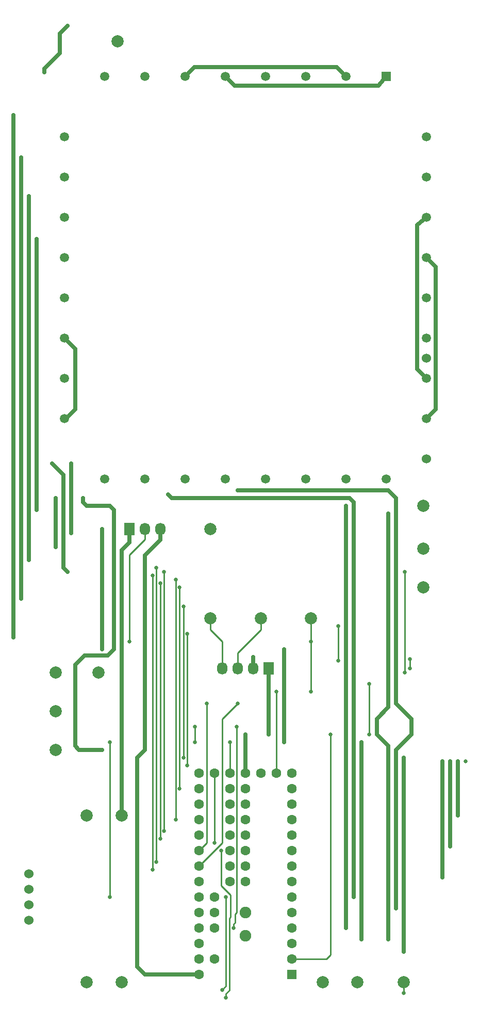
<source format=gbr>
G04 #@! TF.GenerationSoftware,KiCad,Pcbnew,(5.1.2-1)-1*
G04 #@! TF.CreationDate,2019-08-09T18:15:57-05:00*
G04 #@! TF.ProjectId,Interactive Core Memory Badge v0.1,496e7465-7261-4637-9469-766520436f72,0.1*
G04 #@! TF.SameCoordinates,Original*
G04 #@! TF.FileFunction,Copper,L2,Bot*
G04 #@! TF.FilePolarity,Positive*
%FSLAX46Y46*%
G04 Gerber Fmt 4.6, Leading zero omitted, Abs format (unit mm)*
G04 Created by KiCad (PCBNEW (5.1.2-1)-1) date 2019-08-09 18:15:57*
%MOMM*%
%LPD*%
G04 APERTURE LIST*
%ADD10O,1.730000X2.030000*%
%ADD11R,1.730000X2.030000*%
%ADD12C,1.524000*%
%ADD13C,1.500000*%
%ADD14R,1.500000X1.500000*%
%ADD15C,2.000000*%
%ADD16C,1.900000*%
%ADD17C,1.600000*%
%ADD18R,1.600000X1.600000*%
%ADD19C,0.635000*%
%ADD20C,0.635000*%
%ADD21C,0.250000*%
%ADD22C,0.254000*%
G04 APERTURE END LIST*
D10*
X90805000Y-138430000D03*
X93345000Y-138430000D03*
X95885000Y-138430000D03*
D11*
X98425000Y-138430000D03*
D12*
X124333000Y-104013000D03*
X124333000Y-87503000D03*
D13*
X124333000Y-57785000D03*
X124333000Y-64389000D03*
X124333000Y-70993000D03*
X124333000Y-77597000D03*
X124333000Y-84201000D03*
X124333000Y-90805000D03*
X124333000Y-97409000D03*
X117729000Y-107315000D03*
X111125000Y-107315000D03*
X104521000Y-107315000D03*
X97917000Y-107315000D03*
X91313000Y-107315000D03*
X84709000Y-107315000D03*
X78105000Y-107315000D03*
X71501000Y-107315000D03*
X64897000Y-97409000D03*
X64897000Y-90805000D03*
X124333000Y-51181000D03*
D14*
X117729000Y-41275000D03*
D13*
X111125000Y-41275000D03*
X104521000Y-41275000D03*
X97917000Y-41275000D03*
X91313000Y-41275000D03*
X84709000Y-41275000D03*
X78105000Y-41275000D03*
X71501000Y-41275000D03*
X64897000Y-51181000D03*
X64897000Y-57785000D03*
X64897000Y-64389000D03*
X64897000Y-70993000D03*
X64897000Y-77597000D03*
X64897000Y-84201000D03*
D15*
X63500000Y-139065000D03*
X74295000Y-189865000D03*
X68580000Y-162560000D03*
X74295000Y-162560000D03*
X63500000Y-151765000D03*
X88900000Y-115570000D03*
X123825000Y-111760000D03*
X123825000Y-118745000D03*
X123825000Y-125095000D03*
X105410000Y-130175000D03*
X113030000Y-189865000D03*
X63500000Y-145415000D03*
X97155000Y-130175000D03*
X88900000Y-130175000D03*
X120650000Y-189865000D03*
X73660000Y-35560000D03*
X107315000Y-189865000D03*
X68580000Y-189865000D03*
X70485000Y-139065000D03*
D12*
X59055000Y-179705000D03*
X59055000Y-177165000D03*
X59055000Y-172085000D03*
X59055000Y-174625000D03*
D16*
X94615000Y-182245000D03*
X94615000Y-178435000D03*
D17*
X92075000Y-173355000D03*
X92075000Y-170815000D03*
X92075000Y-168275000D03*
X92075000Y-165735000D03*
X92075000Y-163195000D03*
X92075000Y-160655000D03*
X92075000Y-158115000D03*
X94615000Y-158115000D03*
X94615000Y-160655000D03*
X94615000Y-163195000D03*
X94615000Y-165735000D03*
X94615000Y-168275000D03*
X94615000Y-170815000D03*
X94615000Y-173355000D03*
D18*
X102235000Y-188595000D03*
D17*
X102235000Y-186055000D03*
X102235000Y-183515000D03*
X102235000Y-180975000D03*
X102235000Y-178435000D03*
X102235000Y-175895000D03*
X102235000Y-173355000D03*
X102235000Y-170815000D03*
X102235000Y-168275000D03*
X102235000Y-165735000D03*
X102235000Y-163195000D03*
X102235000Y-160655000D03*
X102235000Y-158115000D03*
X89535000Y-175895000D03*
X89535000Y-178435000D03*
X89535000Y-180975000D03*
X89535000Y-186055000D03*
X86995000Y-188595000D03*
X86995000Y-186055000D03*
X86995000Y-183515000D03*
X86995000Y-180975000D03*
X86995000Y-178435000D03*
X86995000Y-175895000D03*
X86995000Y-173355000D03*
X86995000Y-170815000D03*
X86995000Y-168275000D03*
X86995000Y-165735000D03*
X86995000Y-163195000D03*
X86995000Y-160655000D03*
X86995000Y-158115000D03*
X102235000Y-155575000D03*
X99695000Y-155575000D03*
X97155000Y-155575000D03*
X86995000Y-155575000D03*
X89535000Y-155575000D03*
X92075000Y-155575000D03*
X94615000Y-155575000D03*
D11*
X75565000Y-115570000D03*
D10*
X78105000Y-115570000D03*
X80645000Y-115570000D03*
D19*
X118110000Y-182880000D03*
X118110000Y-113030000D03*
X111125000Y-180975000D03*
X111125000Y-111760000D03*
X74295000Y-149225000D03*
X94615000Y-149225000D03*
X98425000Y-149225000D03*
X61595000Y-40640000D03*
X65405000Y-33020000D03*
X95885000Y-136525000D03*
X78105000Y-136525000D03*
X78105000Y-151765000D03*
X76835000Y-178435000D03*
X120650000Y-175260000D03*
X120650000Y-170052990D03*
X120650000Y-164465000D03*
X120650000Y-159257990D03*
X120650000Y-184862182D03*
X120650000Y-179705000D03*
X71120000Y-151765000D03*
X67945000Y-110490000D03*
X73025000Y-131445000D03*
X63500000Y-110490000D03*
X63500000Y-118530000D03*
X66675000Y-149860000D03*
X120650000Y-153035000D03*
X93218000Y-147955000D03*
X92710000Y-180975000D03*
X72390000Y-150495000D03*
X72390000Y-175895000D03*
X88265000Y-144145000D03*
X93345000Y-144145000D03*
X113665000Y-177800000D03*
X113665000Y-182880000D03*
X113665000Y-172720000D03*
X113665000Y-167005000D03*
X113665000Y-161925000D03*
X113665000Y-156845000D03*
X113665000Y-150495000D03*
X100965000Y-150495000D03*
X100965000Y-135255000D03*
X71120000Y-135255000D03*
X71120000Y-135255000D03*
X71120000Y-115570000D03*
X71120000Y-121920000D03*
X71120000Y-126365000D03*
X81280000Y-165100000D03*
X81280000Y-122555000D03*
X80645000Y-166370000D03*
X80645000Y-124460000D03*
X65405000Y-122555000D03*
X62865000Y-104775000D03*
X80010000Y-170180000D03*
X80010000Y-121920000D03*
X79375000Y-171450000D03*
X79375000Y-123190000D03*
X120777010Y-122555000D03*
X120777010Y-139065000D03*
X121617500Y-138430000D03*
X121617500Y-136827500D03*
X119380000Y-177800000D03*
X93345000Y-109220000D03*
X112395000Y-175895000D03*
X81915000Y-109855000D03*
X85090000Y-154305000D03*
X85090000Y-132715000D03*
X84455000Y-153035000D03*
X84455000Y-128270000D03*
X83820000Y-158115000D03*
X83820000Y-125095000D03*
X83185000Y-163195000D03*
X83185000Y-123825000D03*
X108585000Y-149225000D03*
X108585000Y-149225000D03*
X114935000Y-149225000D03*
X114935000Y-140970000D03*
X91440000Y-175895000D03*
X120650000Y-191679990D03*
X90805000Y-191135000D03*
X127000000Y-153670000D03*
X127000000Y-172720000D03*
X128270000Y-153670000D03*
X128270000Y-167640000D03*
X66040000Y-116205000D03*
X66040000Y-104775000D03*
X129540000Y-153670000D03*
X129540000Y-162560000D03*
X130810000Y-153670000D03*
X105410000Y-133985000D03*
X75565000Y-133985000D03*
X99695000Y-142240000D03*
X105410000Y-142240000D03*
X89535000Y-167005000D03*
X90674997Y-168275000D03*
X91440000Y-192405000D03*
X86360000Y-150495000D03*
X92075000Y-150495000D03*
X86360000Y-147955000D03*
X109855000Y-137160000D03*
X109855000Y-131445000D03*
X56515000Y-47625000D03*
X56515000Y-133350000D03*
X57785000Y-54610000D03*
X57785000Y-127000000D03*
X59055000Y-60960000D03*
X59055000Y-120650000D03*
X60325000Y-67945000D03*
X60325000Y-112395000D03*
D20*
X118110000Y-113030000D02*
X118110000Y-113030000D01*
X118110000Y-144780000D02*
X118110000Y-113030000D01*
X116205000Y-146685000D02*
X118110000Y-144780000D01*
X116205000Y-149225000D02*
X116205000Y-146685000D01*
X118110000Y-151130000D02*
X116205000Y-149225000D01*
X118110000Y-182880000D02*
X118110000Y-151130000D01*
X111125000Y-111760000D02*
X111125000Y-111760000D01*
X111125000Y-111760000D02*
X111125000Y-180975000D01*
X74295000Y-162560000D02*
X74295000Y-149225000D01*
X94615000Y-155575000D02*
X94615000Y-149225000D01*
X98425000Y-138430000D02*
X98425000Y-149225000D01*
X64135000Y-34290000D02*
X65405000Y-33020000D01*
X64135000Y-37465000D02*
X64135000Y-34290000D01*
X61595000Y-40005000D02*
X64135000Y-37465000D01*
X61595000Y-40640000D02*
X61595000Y-40005000D01*
X75565000Y-117220000D02*
X75565000Y-115570000D01*
X74295000Y-118999000D02*
X75565000Y-117729000D01*
X75565000Y-117729000D02*
X75565000Y-117220000D01*
X74295000Y-149225000D02*
X74295000Y-118999000D01*
X122809000Y-89281000D02*
X124333000Y-90805000D01*
X122809000Y-65659000D02*
X122809000Y-89281000D01*
X124333000Y-64389000D02*
X122809000Y-65659000D01*
X125857000Y-95885000D02*
X124333000Y-97409000D01*
X125857000Y-72517000D02*
X125857000Y-95885000D01*
X124333000Y-70993000D02*
X125857000Y-72517000D01*
X95885000Y-138430000D02*
X95885000Y-136525000D01*
X76835000Y-153035000D02*
X78105000Y-151765000D01*
X76835000Y-178435000D02*
X76835000Y-153035000D01*
X78105000Y-188595000D02*
X86995000Y-188595000D01*
X76835000Y-187325000D02*
X78105000Y-188595000D01*
X76835000Y-178435000D02*
X76835000Y-187325000D01*
X120650000Y-175260000D02*
X120650000Y-170052990D01*
X120650000Y-164465000D02*
X120650000Y-170052990D01*
X120650000Y-164465000D02*
X120650000Y-159257990D01*
X120650000Y-184862182D02*
X120650000Y-179705000D01*
X120650000Y-179705000D02*
X120650000Y-175260000D01*
X67945000Y-111125000D02*
X68580000Y-111760000D01*
X68580000Y-111760000D02*
X72390000Y-111760000D01*
X73025000Y-112395000D02*
X73025000Y-131445000D01*
X67945000Y-110490000D02*
X67945000Y-111125000D01*
X72390000Y-111760000D02*
X73025000Y-112395000D01*
X63500000Y-110490000D02*
X63500000Y-118530000D01*
X66675000Y-151130000D02*
X67310000Y-151765000D01*
X66675000Y-137795000D02*
X66675000Y-151130000D01*
X68227222Y-136242778D02*
X66675000Y-137795000D01*
X72037222Y-136242778D02*
X68227222Y-136242778D01*
X73025000Y-135255000D02*
X72037222Y-136242778D01*
X67310000Y-151765000D02*
X71120000Y-151765000D01*
X73025000Y-131445000D02*
X73025000Y-135255000D01*
X120650000Y-153035000D02*
X120650000Y-159257990D01*
X80645000Y-117333889D02*
X80645000Y-115570000D01*
X78105000Y-119873889D02*
X80645000Y-117333889D01*
X78105000Y-151765000D02*
X78105000Y-119873889D01*
D21*
X93216612Y-150366612D02*
X93218000Y-147955000D01*
X92710000Y-180340000D02*
X92940049Y-180109951D01*
X93216612Y-178435000D02*
X93216612Y-150366612D01*
X92940049Y-178711563D02*
X93216612Y-178435000D01*
X92940049Y-180109951D02*
X92940049Y-178711563D01*
X92710000Y-180975000D02*
X92710000Y-180340000D01*
X72390000Y-150495000D02*
X72390000Y-175895000D01*
X88265000Y-167005000D02*
X88265000Y-144145000D01*
X86995000Y-168275000D02*
X88265000Y-167005000D01*
X90805000Y-133985000D02*
X88900000Y-132080000D01*
X88900000Y-132080000D02*
X88900000Y-130175000D01*
X90805000Y-138430000D02*
X90805000Y-133985000D01*
X90805000Y-146685000D02*
X93345000Y-144145000D01*
X90805000Y-167005000D02*
X90805000Y-146685000D01*
X86995000Y-170815000D02*
X90805000Y-167005000D01*
X97155000Y-132080000D02*
X97155000Y-130175000D01*
X93345000Y-135890000D02*
X97155000Y-132080000D01*
X93345000Y-138430000D02*
X93345000Y-135890000D01*
D20*
X113665000Y-178435000D02*
X113665000Y-178435000D01*
X113665000Y-177800000D02*
X113665000Y-172720000D01*
X113665000Y-179705000D02*
X113665000Y-177800000D01*
X113665000Y-182880000D02*
X113665000Y-179705000D01*
X113665000Y-172720000D02*
X113665000Y-167005000D01*
X113665000Y-167005000D02*
X113665000Y-161925000D01*
X113665000Y-161925000D02*
X113665000Y-156845000D01*
X113665000Y-150495000D02*
X113665000Y-156845000D01*
X113665000Y-182880000D02*
X113665000Y-150495000D01*
X100965000Y-150495000D02*
X100965000Y-135255000D01*
X71120000Y-121920000D02*
X71120000Y-115570000D01*
X71120000Y-135255000D02*
X71120000Y-126365000D01*
X71120000Y-126365000D02*
X71120000Y-121920000D01*
X86233000Y-39751000D02*
X109601000Y-39751000D01*
X109601000Y-39751000D02*
X111125000Y-41275000D01*
X84709000Y-41275000D02*
X86233000Y-39751000D01*
X116459000Y-42799000D02*
X117729000Y-41275000D01*
X92837000Y-42799000D02*
X116459000Y-42799000D01*
X91313000Y-41275000D02*
X92837000Y-42799000D01*
D21*
X81280000Y-165100000D02*
X81280000Y-122555000D01*
X80645000Y-125730000D02*
X80645000Y-125730000D01*
X80645000Y-166370000D02*
X80645000Y-124460000D01*
D20*
X62865000Y-104775000D02*
X62865000Y-104775000D01*
X64770000Y-106680000D02*
X62865000Y-104775000D01*
X64770000Y-121920000D02*
X64770000Y-106680000D01*
X65405000Y-122555000D02*
X64770000Y-121920000D01*
D21*
X80010000Y-170180000D02*
X80010000Y-121920000D01*
X79375000Y-171450000D02*
X79375000Y-123190000D01*
D20*
X65151000Y-97409000D02*
X64897000Y-97409000D01*
X66675000Y-95885000D02*
X65151000Y-97409000D01*
X66675000Y-85979000D02*
X66675000Y-95885000D01*
X64897000Y-84201000D02*
X66675000Y-85979000D01*
D22*
X120650000Y-122555000D02*
X120650000Y-122555000D01*
X120777010Y-138615988D02*
X120777010Y-122555000D01*
X120777010Y-139065000D02*
X120777010Y-138615988D01*
X121617500Y-136827500D02*
X121617500Y-138430000D01*
D20*
X93345000Y-109220000D02*
X93345000Y-109220000D01*
X118110000Y-109220000D02*
X93345000Y-109220000D01*
X119380000Y-110490000D02*
X118110000Y-109220000D01*
X121920000Y-149225000D02*
X121920000Y-146685000D01*
X119380000Y-177800000D02*
X119380000Y-151765000D01*
X121920000Y-146685000D02*
X119380000Y-144145000D01*
X119380000Y-151765000D02*
X121920000Y-149225000D01*
X119380000Y-144145000D02*
X119380000Y-110490000D01*
X81915000Y-109855000D02*
X81915000Y-109855000D01*
X82550000Y-110490000D02*
X81915000Y-109855000D01*
X111760000Y-110490000D02*
X112395000Y-111125000D01*
X112395000Y-175895000D02*
X112395000Y-111125000D01*
X111760000Y-110490000D02*
X82550000Y-110490000D01*
D21*
X85090000Y-154305000D02*
X85090000Y-132715000D01*
X85090000Y-132715000D02*
X85090000Y-132715000D01*
X84455000Y-153035000D02*
X84455000Y-128270000D01*
X83820000Y-158115000D02*
X83820000Y-125095000D01*
X83185000Y-163195000D02*
X83185000Y-123825000D01*
D22*
X102235000Y-186055000D02*
X107950000Y-186055000D01*
X107950000Y-186055000D02*
X108585000Y-185420000D01*
X108585000Y-185420000D02*
X108585000Y-149225000D01*
X108585000Y-149225000D02*
X108585000Y-149225000D01*
X108585000Y-149225000D02*
X108585000Y-149225000D01*
X114935000Y-149225000D02*
X114935000Y-140970000D01*
D21*
X120650000Y-189865000D02*
X120650000Y-191679990D01*
X91440000Y-190500000D02*
X90805000Y-191135000D01*
X91440000Y-175895000D02*
X91440000Y-190500000D01*
D20*
X127000000Y-153670000D02*
X127000000Y-172720000D01*
X128270000Y-153670000D02*
X128270000Y-167640000D01*
X66040000Y-116205000D02*
X66040000Y-104775000D01*
D22*
X66040000Y-104775000D02*
X66040000Y-104775000D01*
D20*
X129540000Y-153670000D02*
X129540000Y-162560000D01*
D21*
X99695000Y-142240000D02*
X99695000Y-142240000D01*
X105410000Y-142240000D02*
X105410000Y-130175000D01*
X99695000Y-155575000D02*
X99695000Y-142240000D01*
X105410000Y-142240000D02*
X105410000Y-142240000D01*
X75565000Y-133535988D02*
X75565000Y-133985000D01*
X78105000Y-117263334D02*
X75565000Y-119803334D01*
X75565000Y-119803334D02*
X75565000Y-133535988D01*
X78105000Y-115570000D02*
X78105000Y-117263334D01*
X89535000Y-155575000D02*
X89535000Y-167005000D01*
X92165001Y-175546999D02*
X90674997Y-174056995D01*
X91984999Y-191225001D02*
X91984999Y-179356999D01*
X91984999Y-179356999D02*
X92165001Y-179176997D01*
X92165001Y-179176997D02*
X92165001Y-175546999D01*
X91440000Y-191770000D02*
X91984999Y-191225001D01*
X91440000Y-192405000D02*
X91440000Y-191770000D01*
X90674997Y-174056995D02*
X90674997Y-168275000D01*
X92075000Y-150495000D02*
X92075000Y-155575000D01*
X86360000Y-148590000D02*
X86360000Y-150495000D01*
X86360000Y-147955000D02*
X86360000Y-148590000D01*
D22*
X109855000Y-137160000D02*
X109855000Y-131445000D01*
D20*
X56515000Y-130175000D02*
X56515000Y-130175000D01*
X56515000Y-47625000D02*
X56515000Y-133350000D01*
X57785000Y-123825000D02*
X57785000Y-123825000D01*
X57785000Y-127000000D02*
X57785000Y-55059012D01*
X57785000Y-55059012D02*
X57785000Y-54610000D01*
X59055000Y-117475000D02*
X59055000Y-117475000D01*
X59055000Y-91440000D02*
X59055000Y-60960000D01*
X59055000Y-120650000D02*
X59055000Y-91440000D01*
X60325000Y-111125000D02*
X60325000Y-111125000D01*
X60325000Y-67945000D02*
X60325000Y-112395000D01*
M02*

</source>
